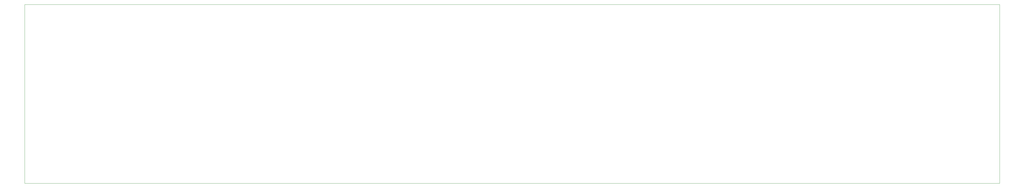
<source format=gbr>
G04 #@! TF.FileFunction,Profile,NP*
%FSLAX46Y46*%
G04 Gerber Fmt 4.6, Leading zero omitted, Abs format (unit mm)*
G04 Created by KiCad (PCBNEW 4.0.7) date 02/21/18 09:39:28*
%MOMM*%
%LPD*%
G01*
G04 APERTURE LIST*
%ADD10C,0.100000*%
G04 APERTURE END LIST*
D10*
X40132000Y-154686000D02*
X40132000Y-90678000D01*
X388620000Y-154686000D02*
X40132000Y-154686000D01*
X388620000Y-90678000D02*
X388620000Y-154686000D01*
X42418000Y-90678000D02*
X388620000Y-90678000D01*
X40132000Y-90678000D02*
X42418000Y-90678000D01*
M02*

</source>
